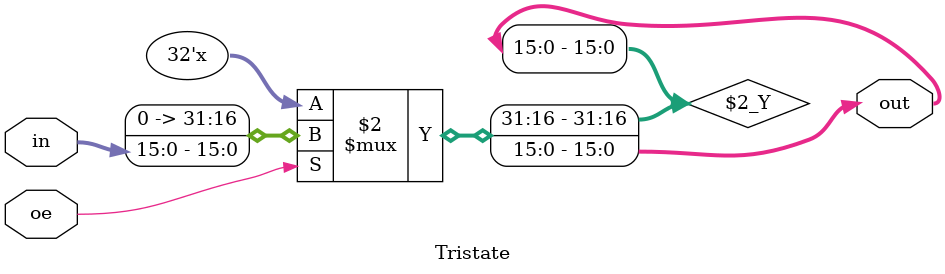
<source format=v>
module PUNEH_Top (clk, rst, writeMEM, readMEM, dataBus_in, dataBus_out, addrBus);

	input clk, rst;
    input [15:0] dataBus_in;
    output [15:0] dataBus_out;
	output writeMEM, readMEM;
	output [15:0] addrBus;

	wire [15:0] inst;
	wire [3:0]  ldSR;
	wire [1:0]  SHF;
	wire enSKP, ldIR, ldOF, ldPC, ldIN, ldAC, zeroAC, seldataBus, selPC_OF,
	     selIMM_OF, selMEM_IN, selIMM_LGU, selMEM_LGU, sel1_ARU, selMO_ARU, 
	     selINC_PC, selMEM_PC, selIMM_PC, selIN_MEM, selIR_MEM, selPC_MEM,
	     selAC_MEM, selIN_ADR, selIR_ADR,selPC_ADR,selIMM_AC, selMEM_AC, selARU_AC, selLGU_AC, conOF,
	     SE12bits, SE4bits,LSB0E, AND, NOT, ADD, MUL,selSET_SR, selINC_IN,
	     INC1, INC2, selARU_SR, selLGU_SR;

	Datapath DP (clk, rst,dataBus_in, dataBus_out, AND, NOT, SHF, ADD, MUL, sel1_ARU,
		 selIMM_LGU, selMEM_LGU, ldAC, zeroAC, selIMM_AC, selMEM_AC,
		 selARU_AC, selLGU_AC, ldPC, selINC_PC, selMEM_PC, selIMM_PC,
		 ldIN, selINC_IN, selMEM_IN, conOF, SE12bits, SE4bits,LSB0E, ldIR,
		 ldOF, selPC_OF, selIMM_OF, selIN_MEM, selPC_MEM, selAC_MEM,
		 selIR_MEM,selIN_ADR, selIR_ADR,selPC_ADR, seldataBus, INC1, INC2, ldSR, selSET_SR, selLGU_SR,
		 selARU_SR, enSKP, addrBus, inst, selMO_ARU);

	Controller CU (clk, rst, inst, enSKP, ldSR, ldIR, ldOF, ldPC, 
     			   ldIN, ldAC, zeroAC, seldataBus, selPC_OF, selIMM_OF, 
     			   selMEM_IN, selIMM_LGU, selMEM_LGU, sel1_ARU, selMO_ARU, 
     			   selINC_PC, selMEM_PC, selIMM_PC, selIN_MEM, selIR_MEM, 
     			   selPC_MEM, selAC_MEM,selIN_ADR, selIR_ADR,
				   selPC_ADR, selIMM_AC, selMEM_AC, selARU_AC,
     			   selLGU_AC, conOF, SE12bits, SE4bits, LSB0E,AND, NOT, SHF, ADD,
     			   MUL, readMEM, writeMEM, selSET_SR, selINC_IN,
     			   INC1, INC2, selARU_SR, selLGU_SR);

endmodule
module Datapath (clk, rst,dataBus_in, dataBus_out, AND, NOT, SHF, ADD, MUL, sel1_ARU,
		 selIMM_LGU, selMEM_LGU, ldAC, zeroAC, selIMM_AC, selMEM_AC,
		 selARU_AC, selLGU_AC, ldPC, selINC_PC, selMEM_PC, selIMM_PC,
		 ldIN, selINC_IN, selMEM_IN, conOF, SE12bits, SE4bits,LSB0E, ldIR,
		 ldOF, selPC_OF, selIMM_OF, selIN_MEM, selPC_MEM, selAC_MEM,
		 selIR_MEM,selIN_ADR, selIR_ADR,selPC_ADR, seldataBus, INC1, INC2, ldSR, selSET_SR, selLGU_SR,
		 selARU_SR, enSKP, addrBus, IRout, selMO_ARU);
	
	input clk, rst, AND, NOT, ADD, MUL, sel1_ARU, selMO_ARU, selIMM_LGU,
	      selMEM_LGU, ldAC, zeroAC, selIMM_AC, selMEM_AC,  selARU_AC,
	      selLGU_AC, ldPC, selINC_PC, selMEM_PC, selIMM_PC, ldIN,
	      selINC_IN, selMEM_IN, conOF, SE12bits, SE4bits,LSB0E, ldIR, ldOF,
	      selPC_OF, selIMM_OF, selIN_MEM, selPC_MEM, selAC_MEM, selIR_MEM,selIN_ADR, selIR_ADR,selPC_ADR,
	      seldataBus, INC1, INC2, selSET_SR, selLGU_SR, selARU_SR;
	input  [15:0] dataBus_in;
	output  [15:0] dataBus_out;
	input  [1:0]  SHF;
	input  [3:0]  ldSR;
	output [15:0] addrBus, IRout;
	output enSKP;
		
	wire [15:0] ARU_AC, LGU_AC, MEM_AC, IMM_AC, AC_MEM, MO, MO_ARU, toAC,
		    PC_MEM, toPC, toIN, IN_MEM, INC_PC, INC2_out, inBuff;
	wire [11:0] wire_SR;
	wire [3:0]  toOF, OFout, toSR, exp, obs;
	wire [1:0]  toINC;
	wire Z1, Z2, N1, N2, C, V;

	// Flags assign

	assign exp = IRout[3:0];

	assign wire_SR[4]  = wire_SR[0] ~^ exp[0];
	assign wire_SR[5]  = wire_SR[1] ~^ exp[1];
	assign wire_SR[6]  = wire_SR[2] ~^ exp[2];
	assign wire_SR[7]  = wire_SR[3] ~^ exp[3];

	assign obs = IRout[7:4];

	assign wire_SR[8]  = wire_SR[4] & obs[0];
	assign wire_SR[9]  = wire_SR[5] & obs[1];
	assign wire_SR[10] = wire_SR[6] & obs[2];
	assign wire_SR[11] = wire_SR[7] & obs[3];

	assign MEM_AC = dataBus_in;
	assign enSKP = wire_SR[8] | wire_SR[9] | wire_SR[10] | wire_SR[11];

	// Multiplexer 4x1

	Multiplexer_4_to_1 #(16) mux1  (IMM_AC, MEM_AC, ARU_AC, LGU_AC, selIMM_AC,
			     selMEM_AC, selARU_AC, selLGU_AC, toAC);

	Multiplexer_4_to_1 #(16) mux2  (INC_PC, MEM_AC, IMM_AC, 16'bz, selINC_PC,
			     selMEM_PC, selIMM_PC, 1'b0, toPC);

	Multiplexer_4_to_1 #(16) mux3  (IN_MEM, INC_PC, AC_MEM, 16'bz, selIN_MEM,
			     selPC_MEM, selAC_MEM, 1'b0, inBuff);

	Multiplexer_4_to_1 #(16) mux4  (IN_MEM, IMM_AC, PC_MEM, 16'bz, selIN_ADR,
			     selIR_ADR, selPC_ADR, 1'b0, addrBus);		

	Multiplexer_4_to_1 #(4)  mux5 (IRout[3:0], {Z1, N1, 2'b0}, {Z2, N2, C, V}, 4'b0, selSET_SR,
			     selLGU_SR, selARU_SR, 1'b0, toSR);

	// Multiplexer 2x1
	
	Multiplexer_2_to_1 #(16) mux6  (INC2_out, MEM_AC, selINC_IN, selMEM_IN, toIN);

	Multiplexer_2_to_1 #(16) mux7  (IMM_AC, MEM_AC, selIMM_LGU, selMEM_LGU, MO);

	Multiplexer_2_to_1 #(16) mux8  (16'd1, MO, sel1_ARU, selMO_ARU, MO_ARU);
	
	Multiplexer_2_to_1 #(4)  mux9  (PC_MEM[15:12], IMM_AC[3:0], selPC_OF, selIMM_OF, toOF);

	Multiplexer_2_to_1 #(2)  mux10  (2'd2, 2'd1, INC2, INC1, toINC);

	//Incrementors
	INC INC_1 (PC_MEM, toINC, INC_PC);

	INC INC_2 (MEM_AC, 2'd1, INC2_out);
    
	// Registers
	register #(4)  OF (clk, rst, toOF, ldOF, 1'b0, OFout);

	register #(1)  SR_Z (clk, rst, toSR[3], ldSR[3], 1'b0, wire_SR[3]);
	register #(1)  SR_N (clk, rst, toSR[2], ldSR[2], 1'b0, wire_SR[2]);
	register #(1)  SR_C (clk, rst, toSR[1], ldSR[1], 1'b0, wire_SR[1]);
	register #(1)  SR_V (clk, rst, toSR[0], ldSR[0], 1'b0, wire_SR[0]);

	register #(16) AC (clk, rst, toAC, ldAC, zeroAC, AC_MEM);

	register #(16) IR (clk, rst, MEM_AC, ldIR, 1'b0, IRout);

	register #(16) PC (clk, rst, toPC, ldPC, 1'b0, PC_MEM);

	register #(16) IN (clk, rst, toIN, ldIN, 1'b0, IN_MEM);

	// IMM module
	IMM IMM1 (IRout[11:0], OFout, conOF, SE12bits, SE4bits,LSB0E,IMM_AC);

	// LGU module
	LGU LGU1 (AC_MEM, MO, AND, NOT, SHF, LGU_AC, Z1, N1);

	// ARU module
	ARU ARU1 (AC_MEM, MO_ARU, ADD, MUL, ARU_AC, Z2, N2, C, V);	

	//Tristate

	Tristate TriBuff (inBuff, 1'b1, dataBus_out);
	
endmodule
module Controller(clk, rst, inst, enSKP, ldSR, ldIR, ldOF, ldPC, 
                  ldIN, ldAC, zeroAC, seldataBus, selPC_OF, selIMM_OF, 
                  selMEM_IN, selIMM_LGU, selMEM_LGU, sel1_ARU, selMO_ARU, 
                  selINC_PC, selMEM_PC, selIMM_PC, selIN_MEM, selIR_MEM, 
                  selPC_MEM, selAC_MEM, selIN_ADR, selIR_ADR,
		            selPC_ADR,selIMM_AC, selMEM_AC, selARU_AC,
                  selLGU_AC, conOF, SE12bits, SE4bits,LSB0E, AND, NOT, SHF, ADD,
                  MUL, readMEM, writeMEM, selSET_SR, selINC_IN,
                  INC1, INC2, selARU_SR, selLGU_SR);
	
	input clk;
	input rst;
	input	enSKP;
	
	input [15:0] 	inst; 
	output reg  ldIR, ldOF, ldPC, ldIN, ldAC, zeroAC, seldataBus, selPC_OF,
	            selIMM_OF, selINC_IN, selMEM_IN, selIMM_LGU, selMEM_LGU, sel1_ARU,
	            selMO_ARU, selINC_PC, selMEM_PC, selIMM_PC, selIN_MEM, selIR_MEM,
	            selPC_MEM, selAC_MEM, selIN_ADR, selIR_ADR,
				selPC_ADR, selIMM_AC, selMEM_AC, selARU_AC, selLGU_AC,
	            conOF, SE12bits, SE4bits,LSB0E ,AND, NOT, ADD, MUL, readMEM, writeMEM,
	            selSET_SR, INC1, INC2, selARU_SR, selLGU_SR;

	output reg [1:0]  SHF;
	output reg [3:0]  ldSR;           

	reg  [1:0] pstate;
	reg  [1:0] nstate;

	//parameter definetion
	parameter  [3:0] LDm		 = 4'b0000;
	parameter  [3:0] LDa		 = 4'b0001;
	parameter  [3:0] LDn		 = 4'b0010;
	parameter  [3:0] STa		 = 4'b0011;
	parameter  [3:0] STn		 = 4'b0100;
	parameter  [3:0] INa		 = 4'b0101;
	parameter  [3:0] ANm		 = 4'b0110;
	parameter  [3:0] ANa		 = 4'b0111;
	parameter  [3:0] ADm		 = 4'b1000;
	parameter  [3:0] ADa		 = 4'b1001;
	parameter  [3:0] ADn		 = 4'b1010;
	parameter  [3:0] MLa		 = 4'b1011;
	parameter  [3:0] JMa		 = 4'b1100;
	parameter  [3:0] JMn		 = 4'b1101;
	parameter  [3:0] JSR		 = 4'b1110;

	parameter  [3:0] Fulll15 = 4'b1111;
	parameter  [3:0] Type2   = 4'b0001;

	parameter  [3:0] LOm		 = 4'b0000;
	parameter  [2:0] LPO		 = 3'b000;
	parameter  [2:0] LOP		 = 3'b001;
	parameter  [2:0] ACZ		 = 3'b010;
	parameter  [2:0] ACN		 = 3'b011;
	parameter  [2:0] ACI		 = 3'b100;
	parameter  [3:0] SRA		 = 4'b0010;
	parameter  [3:0] SLL		 = 4'b0011;
	parameter  [3:0] SRL		 = 4'b0100;
	parameter  [3:0] SKP		 = 4'b1001;
	parameter  [3:0] SET		 = 4'b0110;

	parameter  [1:0] fetch      = 2'b00;
	parameter  [1:0] exec1      = 2'b01;
	parameter  [1:0] exec2      = 2'b10;
	
	always @(posedge clk, posedge rst) begin
		if (rst) 
			pstate <= 2'b00;
		else 
			pstate <= nstate;
	end
			
	always @(pstate, inst)
	begin
		 ldSR = 0;       ldIR = 0;        ldOF = 0;       ldPC = 0; 
		 ldIN = 0;       ldAC = 0;        zeroAC = 0;     seldataBus = 0;
		 selPC_OF = 0;   selIMM_OF = 0;   selINC_IN = 0;  selMEM_IN = 0;
		 selIMM_LGU = 0; selMEM_LGU = 0;  sel1_ARU = 0;   selMO_ARU = 0;
	    selINC_PC = 0;  selMEM_PC = 0;   selIMM_PC = 0;  selIN_MEM = 0; 
	    selIR_MEM = 0;  selPC_MEM = 0;   selAC_MEM = 0;  selIMM_AC = 0; 
  		 selIN_ADR=0;    selIR_ADR=0;	 selPC_ADR=0;	 conOF = 0;
	    selMEM_AC = 0;  selARU_AC = 0;   selLGU_AC = 0;  AND = 0; 
	    SE12bits = 0;   SE4bits = 0;     LSB0E=0;        NOT = 0;       
	    SHF = 0;        ADD = 0;         MUL = 0;        readMEM = 0;
	    writeMEM = 0;   INC1 = 0;        INC2 = 0;       
	    selSET_SR = 0;  selARU_SR = 0;   selLGU_SR = 0;

		case (pstate)
			fetch :
			begin
				selPC_ADR = 1;	ldIR = 1;  readMEM = 1;
				nstate = exec1;
			end	
			exec1 :
			begin 
				case (inst[15:12]) 
					LDm :
					begin
						SE4bits = 1;    selIMM_AC = 1;  	ldAC = 1;
						INC1 = 1;       selINC_PC = 1;  	ldPC = 1;	
						nstate = fetch;
					end
					LDa :
					begin
						
						conOF = 1;		selIR_ADR = 1;  	
						selMEM_AC = 1;  ldAC = 1;       	readMEM = 1;
						INC1 = 1;       selINC_PC = 1;   	ldPC = 1;
						nstate = fetch;	
					end	
					LDn : 
					begin

						conOF = 1;		 selIR_ADR = 1;   	 readMEM = 1;
						selMEM_IN = 1;   ldIN = 1;     
						 nstate = exec2; 
								
					end		
				    STa :
					begin
						conOF = 1;      selIR_ADR = 1;    	selAC_MEM = 1;
						seldataBus = 1; writeMEM = 1;
						INC1 = 1;  		selINC_PC = 1; 	  	ldPC = 1;
						nstate = fetch;					
					end														
					STn :
					begin
						conOF = 1;		selIR_ADR = 1;   	readMEM = 1;  
						selMEM_IN = 1;	ldIN = 1;
						nstate = exec2;	
					end
					INa :
					begin
						conOF = 1;      selIR_ADR = 1;  	readMEM = 1; 
						selINC_IN = 1;  ldIN = 1;	
						nstate = exec2;
					end																							
					ANm :
					begin
						SE4bits= 1;		   selIMM_LGU= 1;		AND	= 1;
						selLGU_SR = 1;	   ldSR = 4'b1100;      selLGU_AC= 1;               
						ldAC= 1;
						INC1 = 1;          selINC_PC = 1;       ldPC = 1;
						nstate = fetch;
					end	
					ANa :
					begin
						conOF = 1; 	       selIR_ADR = 1;          readMEM = 1;
						selMEM_LGU = 1;    AND = 1;  			   selLGU_SR = 1; 		                
						ldSR = 4'b1100;	   selLGU_AC = 1; 		   ldAC = 1;			        							
						INC1 = 1;          selINC_PC = 1;    	   ldPC = 1;
						nstate = fetch;
						
					end	
					ADm :
					begin
						SE4bits= 1;		    selIMM_LGU	= 1;		selARU_AC= 1;
						selMO_ARU = 1;	    ADD= 1;          		ldAC= 1;	
						ldSR = 4'b1111;     selARU_SR = 1;
						INC1 = 1;           selINC_PC = 1;           ldPC = 1;
						nstate = fetch;
					end	
					ADa :
					begin
						conOF = 1;		    selIR_ADR	= 1;		readMEM = 1;
						selMEM_LGU	= 1;	selMO_ARU	= 1;		ADD	= 1;  
						selARU_SR = 1;		ldSR = 4'b1111;	    	selARU_AC = 1;		        
						ldAC= 1;
						INC1 = 1;  			selINC_PC = 1; 			ldPC = 1;
						nstate = fetch;			
					end	
					ADn :
					begin
						conOF = 1;		     selIR_ADR= 1;			readMEM = 1;
						selMEM_IN	= 1;  	 ldIN= 1;
						 nstate = exec2;				
					end	
					MLa :
					begin
						conOF = 1;  		 selIR_ADR = 1; 		readMEM = 1;
						selMEM_LGU = 1; 	 selMO_ARU = 1;		    MUL = 1;
					    selARU_SR = 1;		 ldSR = 4'b1000;        selARU_AC = 1; 		
						ldAC = 1; 
						INC1 = 1;            selINC_PC = 1; 		ldPC = 1;
						nstate = fetch;
					end
					JMa :
					begin
						conOF = 1;			 selIMM_PC= 1;			ldPC= 1;
						nstate = fetch;	

					end	
					JMn :
					begin
						conOF = 1;	       	 selIR_ADR=1;		    readMEM = 1; 
						selMEM_PC=1;         ldPC=1;
						nstate = fetch;
							
					end	
					JSR :
					begin
						conOF = 1;			 selIR_ADR	= 1;		INC1= 1;
						selIMM_PC	= 1;	 seldataBus= 1;			writeMEM = 1;		    	  
						selPC_MEM = 1;		 ldPC		= 1;
						nstate = exec2;	
					end	
					Fulll15 :
					begin
						case (inst[11:8])
							LOm :
							begin
								SE12bits= 1;		selIMM_OF	= 1;		ldOF= 1;
								INC1 = 1;           selINC_PC = 1;          ldPC = 1;
								nstate = fetch;		
							end	
							Type2:
							begin
							  case (inst[7:5])
						      LPO :
						      begin
						        selPC_OF = 1;   ldOF  = 1;  
						        INC1 = 1;       selINC_PC = 1;  ldPC = 1;
								nstate = fetch;
						      end
						      LOP :
						      begin
										LSB0E = 1;    selIMM_PC = 1;   ldPC = 1;  
										nstate = fetch;          
										
									end
									ACZ :
									begin
										zeroAC = 1;   selLGU_SR = 1;    ldSR = 4'b1100;
										INC1 = 1;     selINC_PC = 1;    ldPC = 1;
										nstate = fetch;
										
									end
									ACN :
									begin
										NOT = 1;         ldSR = 4'b1100;  selLGU_SR = 1;   
										selLGU_AC = 1;   ldAC = 1;
										INC1 = 1;        selINC_PC = 1;   ldPC = 1;
										nstate = fetch;
									end
									ACI : 
									begin
										sel1_ARU = 1;     ADD = 1;        selARU_AC = 1;	
										ldAC = 1;
										INC1 = 1;  selINC_PC = 1; ldPC = 1;
										nstate = fetch;
												
									end
									default :
									begin
										 INC1 = 1;  selINC_PC = 1; ldPC = 1;
										 nstate = fetch;
									end
							  endcase
							end
							SRA :
							begin
							    SE12bits = 1;		selIMM_LGU = 1;	 SHF = 2'b00;
								selLGU_AC = 1;      ldAC = 1;
								INC1 = 1;           selINC_PC = 1;   ldPC = 1; 
								nstate = fetch;
							end
							SLL :
							begin
						        SE12bits = 1;		selIMM_LGU = 1;	  SHF = 2'b10;
								selLGU_AC = 1;      ldAC = 1;
								INC1 = 1;           selINC_PC = 1;    ldPC = 1;
								nstate = fetch;
							end
							SRL :
							begin
								SE12bits = 1;		selIMM_LGU = 1;	  SHF = 2'b01;
								selLGU_AC = 1; 	    ldAC = 1;
								INC1 = 1;           selINC_PC = 1;    ldPC = 1;
								nstate = fetch;
							end
							SKP :
							begin
								if (enSKP == 1)
								begin 
								  INC2 = 1;   		selINC_PC = 1;    ldPC = 1;
								  nstate = fetch;
								end
								else
								begin
								  INC1 = 1;   		 selINC_PC = 1;   ldPC = 1;
								  nstate = fetch;
								end
							end
							SET :
							begin
								selSET_SR = 1;  	ldSR = inst[7:4];
								INC1 = 1;     	    selINC_PC = 1;    ldPC = 1;
								nstate = fetch;
							end
							default :
							begin
								INC1 = 1;  selINC_PC = 1; ldPC = 1;
								nstate = fetch;
							end
						endcase
					end
					default :
						begin
							 INC1 = 1;  selINC_PC = 1; ldPC = 1;
							 nstate = fetch;
						end	
				endcase
			end			
			exec2 :
			begin
				case (inst[15:12])
					LDn :
					begin
						selIN_ADR = 1;  readMEM = 1;  selMEM_AC = 1;
						ldAC = 1;
						INC1 = 1;  selINC_PC = 1; ldPC = 1;
						nstate = fetch;
					end
					STn : 		
					begin					
						selIN_ADR = 1;  selAC_MEM = 1;    seldataBus = 1;
						writeMEM = 1;   selINC_PC = 1;     ldPC = 1;
						INC1 = 1;
						nstate = fetch;
					end	
					INa :
					begin
					    selIR_ADR = 1;	    selIN_MEM = 1;  writeMEM = 1;  
						seldataBus = 1;      conOF = 1;	
						INC1 = 1;            selINC_PC = 1;  ldPC = 1;
						nstate = fetch;		
					end
					ADn :
					begin
						selIN_MEM = 1;    readMEM = 1;    selMEM_LGU = 1;
						selMO_ARU = 1;    ADD = 1;	      selARU_SR = 1;  
						ldSR = 4'b1111;	  selARU_AC = 1;  ldAC = 1; 
						INC1 = 1;         selINC_PC = 1;  ldPC = 1;
						nstate = fetch;
						
					end
					JSR :
					begin
						selINC_PC = 1; INC1 = 1; ldPC = 1;	
						nstate = fetch;		
					end
					default :
						begin
							 INC1 = 1;  selINC_PC = 1; ldPC = 1;
							 nstate = fetch;
						end	
				endcase
			end
			default :
			nstate = fetch;
		endcase
	end
	
endmodule
module register #(parameter N = 16) (clk,rst,d,ld,clr,q);

	input clk;
	input clr;
	input rst;
	input ld;
	input [N-1:0]d;
	
	output reg [N-1:0]q;
	
	always @(posedge clk, posedge rst)
	begin
	
		if (rst == 1'b1)
			q <= 'b0;
		else if(clr)
			q <= 'b0;
		else if(ld)
			q <= d;
	
	end

endmodule
module Multiplexer_4_to_1 #(parameter N = 16) (in0,in1,in2,in3,sel0,sel1,sel2,sel3,out);

	input [N-1:0]in0;
	input [N-1:0]in1;
	input [N-1:0]in2;
	input [N-1:0]in3;
	
	input sel0;
	input sel1;
	input sel2;
	input sel3;

	output [N-1:0] out;
	
	assign out = sel0 ? in0 :
					 sel1 ? in1 :
					 sel2 ? in2 :
					 sel3 ? in3 :
					 'bz;

endmodule
module Multiplexer_2_to_1 #(parameter N = 16) (in0,in1,sel0,sel1,out);

	input [N-1:0] in0;
	input [N-1:0] in1;
	
	input sel0;
	input sel1;

	output [N-1:0] out;
	
	assign out = sel0 ? in0 :
					 sel1 ? in1 :
					 'bz;

endmodule
module INC # (parameter N = 16)(in, increament_val, out);

	input  [N-1:0] in;
	input  [1:0] increament_val;
	output [N-1:0] out;
	
	assign out = in + increament_val;

endmodule
module IMM(in0,in1,conOF,SE12bits,SE4bits,LSB0E,out);

	input [11:0] in0;
	input [3:0] in1;
	
	input conOF;
	input SE12bits;
	input SE4bits;
	input LSB0E;
	
	output [15:0] out;
	
	assign out = conOF?{in1,in0}:
					 SE12bits?{{12{in0[3]}},in0[3:0]}:
					 SE4bits?{{4{in0[11]}},in0[11:0]}:
					 LSB0E?{in1,12'b0}:
					 16'bz;


endmodule
module LGU #(parameter NN = 16)(in0,in1,AND,NOT,SHF,out,Z,N);

	input signed [NN-1:0] in0;
	input signed [NN-1:0] in1;
	
	input [1:0]SHF;
	
	input AND;
	input NOT;
	
	output Z;
	output N;

	output signed [NN-1:0] out;
	
	assign out = AND            ? (in0&in1):
					 NOT            ? ~in0:
					 (SHF == 2'b00) ? (in0 >>> in1[3:0]):
					 (SHF == 2'b01) ? (in0 >> in1[3:0]):
					 (SHF == 2'b10) ? (in0 >>> in1[3:0]):
					 (SHF == 2'b00) ? (in0 << in1[3:0]):
					 'bz;
					 
endmodule
module ARU #(parameter NN = 16) (in0, in1, ADD, MUL, out, Z, N, C, V);

	input signed [NN-1:0] in0;
	input signed [NN-1:0] in1;
	
	input ADD;
	input MUL;
	
	output Z;
	output N;
	output C;
	output V;

	output signed [NN-1:0] out;
	
	assign {C,out} = ADD?(in0+in1):
						  MUL?(in0[7:0]*in1[7:0]):
						  'bz;

	assign Z = ~|out;
	assign N = out[NN-1];
	assign V = (out[NN-1]&~in0[NN-1]&~in1[NN-1]) || (~out[NN-1]&in0[NN-1]&in1[NN-1]);
	
endmodule
module Tristate #(parameter N = 16) (in,oe,out);

	input [N-1:0] in;
	input oe;
	
	output [N-1:0] out;
	
	assign out = oe?in:'bz;

endmodule

</source>
